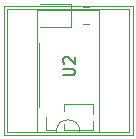
<source format=gto>
G04 #@! TF.GenerationSoftware,KiCad,Pcbnew,5.1.2-f72e74a~84~ubuntu16.04.1*
G04 #@! TF.CreationDate,2019-06-06T18:14:26+02:00*
G04 #@! TF.ProjectId,rs232-rs485,72733233-322d-4727-9334-38352e6b6963,rev?*
G04 #@! TF.SameCoordinates,Original*
G04 #@! TF.FileFunction,Legend,Top*
G04 #@! TF.FilePolarity,Positive*
%FSLAX46Y46*%
G04 Gerber Fmt 4.6, Leading zero omitted, Abs format (unit mm)*
G04 Created by KiCad (PCBNEW 5.1.2-f72e74a~84~ubuntu16.04.1) date 2019-06-06 18:14:26*
%MOMM*%
%LPD*%
G04 APERTURE LIST*
%ADD10C,0.050000*%
%ADD11C,0.120000*%
%ADD12C,0.150000*%
G04 APERTURE END LIST*
D10*
X125603000Y-108839000D02*
X125476000Y-108839000D01*
X125476000Y-108712000D02*
X125476000Y-108839000D01*
X125476000Y-97917000D02*
X125603000Y-97917000D01*
X136398000Y-97917000D02*
X136271000Y-97917000D01*
X136271000Y-108839000D02*
X136398000Y-108839000D01*
X136271000Y-108839000D02*
X125603000Y-108839000D01*
X136398000Y-97917000D02*
X136398000Y-108839000D01*
X125603000Y-97917000D02*
X136271000Y-97917000D01*
X125476000Y-108712000D02*
X125476000Y-97917000D01*
D11*
X132719578Y-97969000D02*
X132202422Y-97969000D01*
X132719578Y-99389000D02*
X132202422Y-99389000D01*
X128440000Y-103000000D02*
X128440000Y-106450000D01*
X128440000Y-103000000D02*
X128440000Y-101050000D01*
X133560000Y-103000000D02*
X133560000Y-104950000D01*
X133560000Y-103000000D02*
X133560000Y-101050000D01*
X129034000Y-108425000D02*
X129034000Y-107315000D01*
X129794000Y-108425000D02*
X129034000Y-108425000D01*
X130554000Y-106751529D02*
X130554000Y-106205000D01*
X130554000Y-108425000D02*
X130554000Y-107878471D01*
X130554000Y-106205000D02*
X133029000Y-106205000D01*
X130554000Y-108425000D02*
X133029000Y-108425000D01*
X133029000Y-107007470D02*
X133029000Y-106205000D01*
X133029000Y-108425000D02*
X133029000Y-107622530D01*
X125797000Y-108578000D02*
X136077000Y-108578000D01*
X125797000Y-98178000D02*
X125797000Y-108578000D01*
X136077000Y-98178000D02*
X125797000Y-98178000D01*
X136077000Y-108578000D02*
X136077000Y-98178000D01*
X128287000Y-108518000D02*
X129937000Y-108518000D01*
X128287000Y-98238000D02*
X128287000Y-108518000D01*
X133587000Y-98238000D02*
X128287000Y-98238000D01*
X133587000Y-108518000D02*
X133587000Y-98238000D01*
X131937000Y-108518000D02*
X133587000Y-108518000D01*
X129937000Y-108518000D02*
G75*
G02X131937000Y-108518000I1000000J0D01*
G01*
X131225000Y-97719000D02*
X128540000Y-97719000D01*
X131225000Y-99639000D02*
X131225000Y-97719000D01*
X128540000Y-99639000D02*
X131225000Y-99639000D01*
D12*
X130516380Y-103758904D02*
X131325904Y-103758904D01*
X131421142Y-103711285D01*
X131468761Y-103663666D01*
X131516380Y-103568428D01*
X131516380Y-103377952D01*
X131468761Y-103282714D01*
X131421142Y-103235095D01*
X131325904Y-103187476D01*
X130516380Y-103187476D01*
X130611619Y-102758904D02*
X130564000Y-102711285D01*
X130516380Y-102616047D01*
X130516380Y-102377952D01*
X130564000Y-102282714D01*
X130611619Y-102235095D01*
X130706857Y-102187476D01*
X130802095Y-102187476D01*
X130944952Y-102235095D01*
X131516380Y-102806523D01*
X131516380Y-102187476D01*
M02*

</source>
